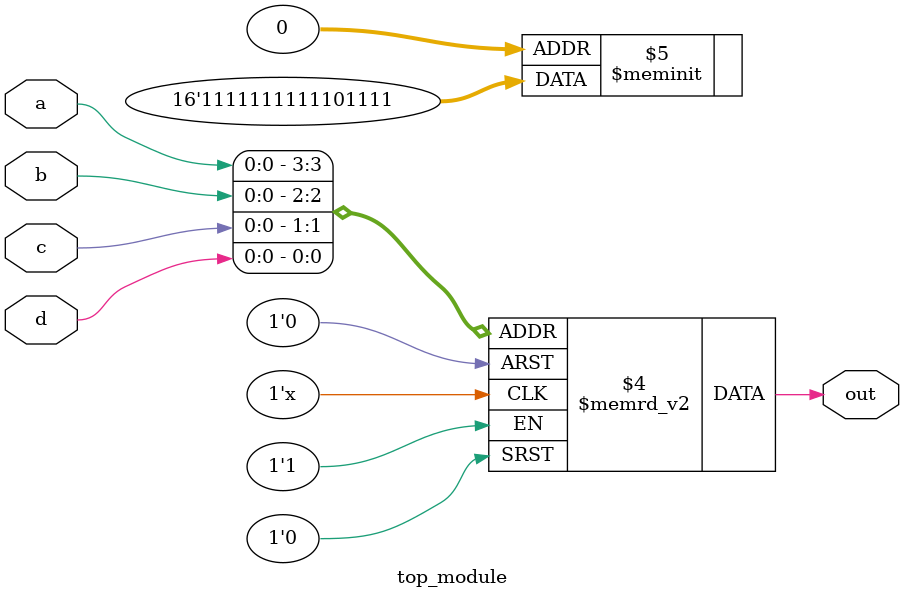
<source format=sv>
module top_module (
    input a, 
    input b,
    input c,
    input d,
    output reg out
);

always @(a, b, c, d) begin
    case({a, b, c, d})
        4'b0000: out = 1;
        4'b0001: out = 1;
        4'b0010: out = 1;
        4'b0011: out = 1;
        4'b0100: out = 0;
        4'b0101: out = 1;
        4'b0110: out = 1;
        4'b0111: out = 1;
        4'b1000: out = 1;
        4'b1001: out = 1;
        4'b1010: out = 1;
        4'b1011: out = 1;
        4'b1100: out = 1;
        4'b1101: out = 1;
        4'b1110: out = 1;
        4'b1111: out = 1;
    endcase
end

endmodule

</source>
